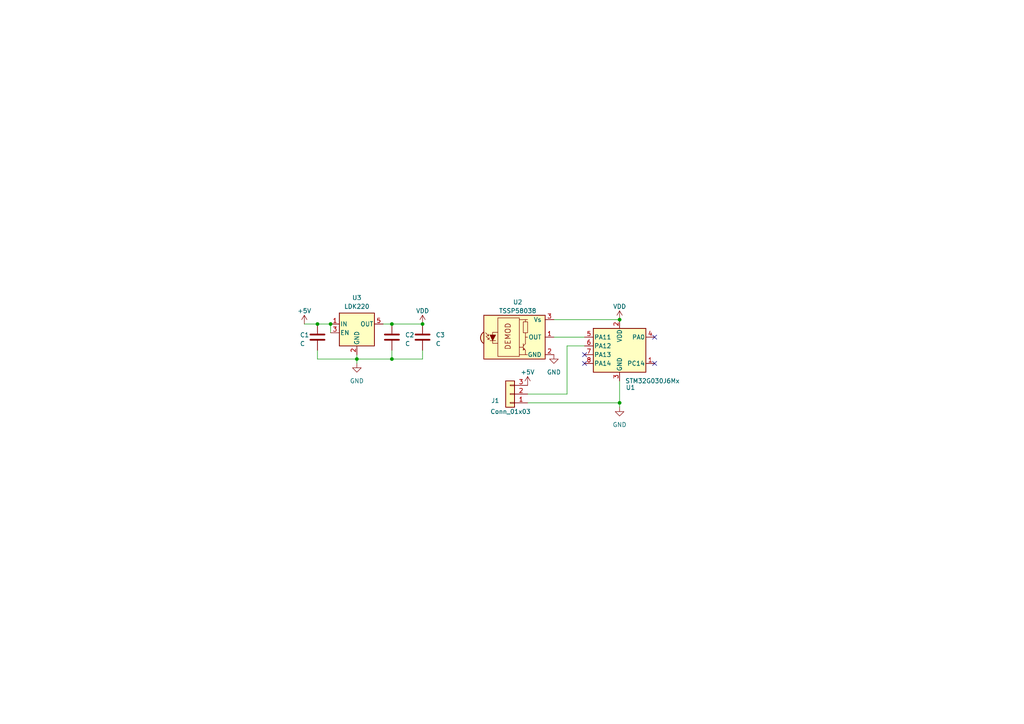
<source format=kicad_sch>
(kicad_sch (version 20210406) (generator eeschema)
  (paper "A4")
  (title_block (title "Smart Led IR Controller"))
  (lib_symbols
    (symbol "Connector_Generic:Conn_01x03" (pin_names (offset 1.016) hide)
      (property "Reference" "J" (at 0 5.08 0))
      (property "Value" "Conn_01x03" (at 0 -5.08 0))
      (symbol "Conn_01x03_1_1"
        (rectangle (start -1.27 -2.413) (end 0 -2.667) (stroke (width 0.1524)))
        (rectangle (start -1.27 0.127) (end 0 -0.127) (stroke (width 0.1524)))
        (rectangle (start -1.27 2.667) (end 0 2.413) (stroke (width 0.1524)))
        (rectangle (start -1.27 3.81) (end 1.27 -3.81) (stroke (width 0.254)) (fill (type background)))
        (pin passive line (at -5.08 2.54 0) (length 3.81) (name "Pin_1") (number "1"))
        (pin passive line (at -5.08 0 0) (length 3.81) (name "Pin_2") (number "2"))
        (pin passive line (at -5.08 -2.54 0) (length 3.81) (name "Pin_3") (number "3"))
      )
    )
    (symbol "Device:C" (pin_numbers hide) (pin_names (offset 0.254))
      (property "Reference" "C" (at 0.635 2.54 0))
      (property "Value" "C" (at 0.635 -2.54 0))
      (symbol "C_0_1"
        (polyline (pts (xy -2.032 -0.762) (xy 2.032 -0.762)) (stroke (width 0.508)))
        (polyline (pts (xy -2.032 0.762) (xy 2.032 0.762)) (stroke (width 0.508)))
      )
      (symbol "C_1_1"
        (pin passive line (at 0 3.81 270) (length 2.794) (name "~") (number "1"))
        (pin passive line (at 0 -3.81 90) (length 2.794) (name "~") (number "2"))
      )
    )
    (symbol "Sensor_Proximity:TSSP58038" (pin_names (offset 1.016))
      (property "Reference" "U" (at -10.16 7.62 0))
      (property "Value" "TSSP58038" (at -10.16 -7.62 0))
      (symbol "TSSP58038_0_0"
        (arc (start -10.287 1.397) (end -10.287 -1.778) (radius (at -9.144 -0.1778) (length 1.9558) (angles 126 -125.5)) (stroke (width 0.254)) (fill (type background)))
        (text "DEMOD" (at -3.175 0.254 900) (effects (font (size 1.524 1.524))))
        (polyline (pts (xy 1.905 -5.08) (xy 0.127 -5.08)))
        (polyline (pts (xy 1.905 5.08) (xy 0.127 5.08)))
      )
      (symbol "TSSP58038_0_1"
        (rectangle (start -6.096 5.588) (end 0.127 -5.588))
        (rectangle (start 2.54 1.27) (end 1.27 4.445))
        (rectangle (start 7.62 6.35) (end -10.16 -6.35) (stroke (width 0.254)) (fill (type background)))
        (polyline (pts (xy -8.763 0.381) (xy -9.652 1.27)))
        (polyline (pts (xy -8.763 0.381) (xy -9.271 0.381)))
        (polyline (pts (xy -8.763 0.381) (xy -8.763 0.889)))
        (polyline (pts (xy -8.636 -0.635) (xy -9.525 0.254)))
        (polyline (pts (xy -8.636 -0.635) (xy -9.144 -0.635)))
        (polyline (pts (xy -8.636 -0.635) (xy -8.636 -0.127)))
        (polyline (pts (xy -8.382 -1.016) (xy -6.731 -1.016)))
        (polyline (pts (xy 1.27 -2.921) (xy 0.127 -2.921)))
        (polyline (pts (xy 1.27 -1.905) (xy 1.27 -3.81)))
        (polyline (pts (xy 1.397 -3.556) (xy 1.524 -3.556)))
        (polyline (pts (xy 1.651 -3.556) (xy 1.524 -3.556)))
        (polyline (pts (xy 1.651 -3.556) (xy 1.651 -3.302)))
        (polyline (pts (xy 1.905 0) (xy 1.905 1.27)))
        (polyline (pts (xy 1.905 4.445) (xy 1.905 5.08) (xy 2.54 5.08)))
        (polyline (pts (xy -6.096 1.397) (xy -7.62 1.397) (xy -7.62 -1.778) (xy -6.096 -1.778)))
        (polyline (pts (xy 1.27 -3.175) (xy 1.905 -3.81) (xy 1.905 -5.08) (xy 2.54 -5.08)))
        (polyline (pts (xy 1.27 -2.54) (xy 1.905 -1.905) (xy 1.905 0) (xy 2.54 0)))
        (polyline (pts (xy -8.382 0.635) (xy -6.731 0.635) (xy -7.62 -1.016) (xy -8.382 0.635)) (fill (type outline)))
      )
      (symbol "TSSP58038_1_1"
        (pin output line (at 10.16 0 180) (length 2.54) (name "OUT") (number "1"))
        (pin power_in line (at 10.16 -5.08 180) (length 2.54) (name "GND") (number "2"))
        (pin power_in line (at 10.16 5.08 180) (length 2.54) (name "Vs") (number "3"))
      )
    )
    (symbol "ir-smart-led-controller:LDK220" (pin_names (offset 0.254))
      (property "Reference" "U" (at -3.81 5.715 0))
      (property "Value" "LDK220" (at 0 5.715 0))
      (symbol "LDK220_0_1"
        (rectangle (start -5.08 4.445) (end 5.08 -5.08) (stroke (width 0.254)) (fill (type background)))
      )
      (symbol "LDK220_1_1"
        (pin power_in line (at -7.62 1.27 0) (length 2.54) (name "IN") (number "1"))
        (pin power_in line (at 0 -7.62 90) (length 2.54) (name "GND") (number "2"))
        (pin input line (at -7.62 -1.27 0) (length 2.54) (name "EN") (number "3"))
        (pin no_connect line (at 5.08 -1.27 0) (length 2.54) hide (name "NC") (number "4"))
        (pin power_out line (at 7.62 1.27 180) (length 2.54) (name "OUT") (number "5"))
      )
    )
    (symbol "ir-smart-led-controller:STM32G030J6Mx" (pin_names (offset 0.254))
      (property "Reference" "U" (at -6.35 6.35 0))
      (property "Value" "STM32G030J6Mx" (at 2.54 7.62 0))
      (symbol "STM32G030J6Mx_0_1"
        (rectangle (start -7.62 5.08) (end 7.62 -7.62) (stroke (width 0.254)) (fill (type background)))
      )
      (symbol "STM32G030J6Mx_1_1"
        (pin bidirectional line (at 10.16 -5.08 180) (length 2.54) (name "PC14") (number "1"))
        (pin power_in line (at 0 7.62 270) (length 2.54) (name "VDD") (number "2"))
        (pin power_in line (at 0 -10.16 90) (length 2.54) (name "GND") (number "3"))
        (pin bidirectional line (at 10.16 2.54 180) (length 2.54) (name "PA0") (number "4"))
        (pin bidirectional line (at -10.16 2.54 0) (length 2.54) (name "PA11") (number "5"))
        (pin bidirectional line (at -10.16 0 0) (length 2.54) (name "PA12") (number "6"))
        (pin bidirectional line (at -10.16 -2.54 0) (length 2.54) (name "PA13") (number "7"))
        (pin bidirectional line (at -10.16 -5.08 0) (length 2.54) (name "PA14") (number "8"))
      )
    )
    (symbol "power:+5V" (power) (pin_names (offset 0))
      (property "Value" "+5V" (at 0 3.556 0))
      (symbol "+5V_0_1"
        (polyline (pts (xy -0.762 1.27) (xy 0 2.54)))
        (polyline (pts (xy 0 0) (xy 0 2.54)))
        (polyline (pts (xy 0 2.54) (xy 0.762 1.27)))
      )
      (symbol "+5V_1_1"
        (pin power_in line (at 0 0 90) (length 0) hide (name "+5V") (number "1"))
      )
    )
    (symbol "power:GND" (power) (pin_names (offset 0))
      (property "Value" "GND" (at 0 -3.81 0))
      (symbol "GND_0_1"
        (polyline (pts (xy 0 0) (xy 0 -1.27) (xy 1.27 -1.27) (xy 0 -2.54) (xy -1.27 -1.27) (xy 0 -1.27)))
      )
      (symbol "GND_1_1"
        (pin power_in line (at 0 0 270) (length 0) hide (name "GND") (number "1"))
      )
    )
    (symbol "power:VDD" (power) (pin_names (offset 0))
      (property "Value" "VDD" (at 0 3.81 0))
      (symbol "VDD_0_1"
        (polyline (pts (xy -0.762 1.27) (xy 0 2.54)))
        (polyline (pts (xy 0 0) (xy 0 2.54)))
        (polyline (pts (xy 0 2.54) (xy 0.762 1.27)))
      )
      (symbol "VDD_1_1"
        (pin power_in line (at 0 0 90) (length 0) hide (name "VDD") (number "1"))
      )
    )
  )
  (junction (at 92.075 93.98) (diameter 0.9144))
  (junction (at 95.885 93.98) (diameter 0.9144))
  (junction (at 103.505 104.14) (diameter 0.9144))
  (junction (at 113.665 93.98) (diameter 0.9144))
  (junction (at 113.665 104.14) (diameter 0.9144))
  (junction (at 122.555 93.98) (diameter 0.9144))
  (junction (at 179.705 92.71) (diameter 0.9144))
  (junction (at 179.705 116.84) (diameter 0.9144))
  (no_connect (at 169.545 102.87))
  (no_connect (at 169.545 105.41))
  (no_connect (at 189.865 97.79))
  (no_connect (at 189.865 105.41))
  (wire (pts (xy 88.265 93.98) (xy 92.075 93.98)))
  (wire (pts (xy 92.075 93.98) (xy 95.885 93.98)))
  (wire (pts (xy 92.075 104.14) (xy 92.075 101.6)))
  (wire (pts (xy 95.885 93.98) (xy 95.885 96.52)))
  (wire (pts (xy 103.505 102.87) (xy 103.505 104.14)))
  (wire (pts (xy 103.505 104.14) (xy 92.075 104.14)))
  (wire (pts (xy 103.505 104.14) (xy 103.505 105.41)))
  (wire (pts (xy 111.125 93.98) (xy 113.665 93.98)))
  (wire (pts (xy 113.665 93.98) (xy 122.555 93.98)))
  (wire (pts (xy 113.665 101.6) (xy 113.665 104.14)))
  (wire (pts (xy 113.665 104.14) (xy 103.505 104.14)))
  (wire (pts (xy 122.555 101.6) (xy 122.555 104.14)))
  (wire (pts (xy 122.555 104.14) (xy 113.665 104.14)))
  (wire (pts (xy 153.035 114.3) (xy 164.465 114.3)))
  (wire (pts (xy 153.035 116.84) (xy 179.705 116.84)))
  (wire (pts (xy 160.655 92.71) (xy 179.705 92.71)))
  (wire (pts (xy 160.655 97.79) (xy 169.545 97.79)))
  (wire (pts (xy 164.465 100.33) (xy 169.545 100.33)))
  (wire (pts (xy 164.465 114.3) (xy 164.465 100.33)))
  (wire (pts (xy 179.705 116.84) (xy 179.705 110.49)))
  (wire (pts (xy 179.705 116.84) (xy 179.705 118.11)))
  (symbol (lib_id "power:+5V") (at 88.265 93.98 0) (unit 1)
    (property "Reference" "#PWR0103" (effects hide))
    (property "Value" "+5V" (at 88.265 90.17 0))
  )
  (symbol (lib_id "power:VDD") (at 122.555 93.98 0) (unit 1)
    (property "Reference" "#PWR0102" (effects hide))
    (property "Value" "VDD" (at 122.555 90.17 0))
  )
  (symbol (lib_id "power:+5V") (at 153.035 111.76 0) (unit 1)
    (property "Reference" "#PWR0105" (effects hide))
    (property "Value" "+5V" (at 153.035 107.95 0))
  )
  (symbol (lib_id "power:VDD") (at 179.705 92.71 0) (unit 1)
    (property "Reference" "#PWR0106" (effects hide))
    (property "Value" "VDD" (at 179.705 88.9 0))
  )
  (symbol (lib_id "power:GND") (at 103.505 105.41 0) (unit 1)
    (property "Reference" "#PWR0101" (effects hide))
    (property "Value" "GND" (at 103.505 110.49 0))
  )
  (symbol (lib_id "power:GND") (at 160.655 102.87 0) (unit 1)
    (property "Reference" "#PWR0107" (effects hide))
    (property "Value" "GND" (at 160.655 107.95 0))
  )
  (symbol (lib_id "power:GND") (at 179.705 118.11 0) (unit 1)
    (property "Reference" "#PWR0104" (effects hide))
    (property "Value" "GND" (at 179.705 123.19 0))
  )
  (symbol (lib_id "Device:C") (at 92.075 97.79 0) (unit 1)
    (property "Reference" "C1" (at 86.995 97.1549 0) (effects (justify left)))
    (property "Value" "C" (at 86.995 99.6949 0) (effects (justify left)))
    (property "Footprint" "Capacitor_SMD:C_0603_1608Metric" (effects hide))
  )
  (symbol (lib_id "Device:C") (at 113.665 97.79 0) (unit 1)
    (property "Reference" "C2" (at 117.475 97.1549 0) (effects (justify left)))
    (property "Value" "C" (at 117.475 99.6949 0) (effects (justify left)))
    (property "Footprint" "Capacitor_SMD:C_0603_1608Metric" (effects hide))
  )
  (symbol (lib_id "Device:C") (at 122.555 97.79 0) (unit 1)
    (property "Reference" "C3" (at 126.365 97.1549 0) (effects (justify left)))
    (property "Value" "C" (at 126.365 99.6949 0) (effects (justify left)))
    (property "Footprint" "Capacitor_SMD:C_0603_1608Metric" (effects hide))
  )
  (symbol (lib_id "Connector_Generic:Conn_01x03") (at 147.955 114.3 180) (unit 1)
    (property "Reference" "J1" (at 143.637 116.205 0))
    (property "Value" "Conn_01x03" (at 148.082 119.38 0))
    (property "Footprint" "Connector_PinHeader_2.54mm:PinHeader_1x03_P2.54mm_Vertical" (effects hide))
  )
  (symbol (lib_id "ir-smart-led-controller:LDK220") (at 103.505 95.25 0) (unit 1)
    (property "Reference" "U3" (at 103.505 86.36 0))
    (property "Value" "LDK220" (at 103.505 88.9 0))
    (property "Footprint" "Package_TO_SOT_SMD:SOT-23-5" (effects hide))
    (property "Datasheet" "https://www.st.com/resource/en/datasheet/ldk220.pdf" (effects hide))
  )
  (symbol (lib_id "Sensor_Proximity:TSSP58038") (at 150.495 97.79 0) (unit 1)
    (property "Reference" "U2" (at 150.1521 87.63 0))
    (property "Value" "TSSP58038" (at 150.1521 90.17 0))
    (property "Footprint" "Connector_PinHeader_2.54mm:PinHeader_1x03_P2.54mm_Vertical" (effects hide))
    (property "Datasheet" "http://www.vishay.com/docs/82476/tssp58p38.pdf" (effects hide))
  )
  (symbol (lib_id "ir-smart-led-controller:STM32G030J6Mx") (at 179.705 100.33 0) (unit 1)
    (property "Reference" "U1" (at 182.88 112.395 0))
    (property "Value" "STM32G030J6Mx" (at 189.23 110.49 0))
    (property "Footprint" "Package_SO:SOIC-8_3.9x4.9mm_P1.27mm" (effects hide))
    (property "Datasheet" "https://www.st.com/resource/en/datasheet/stm32g030j6.pdf" (effects hide))
  )
)
</source>
